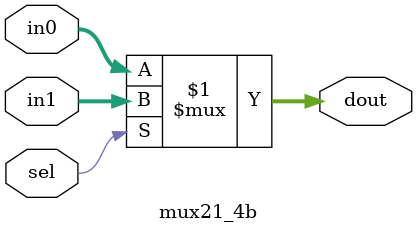
<source format=sv>
module PIPO (output reg 	[15:0] 	dout, 
             input 			[15:0] 	din, 
             input 					ld, clk, rst);
  
  always @(posedge clk)
    if (!rst)
      dout <= 16'd0;
    else if (ld) 
      dout <= din;

endmodule


// 16-bit 2-to-1 multiplexer
module mux21_16b(output [15:0] dout, 
             input [15:0] in0, in1, 
             input sel);

  assign dout = (sel) ? in1 : in0;
endmodule

// 4-bit 2-to-1 multiplexer
module mux21_4b(output [3:0] dout, 
                input [3:0] in0, in1, 
                input sel);

  assign dout = (sel) ? in1 : in0;
endmodule
</source>
